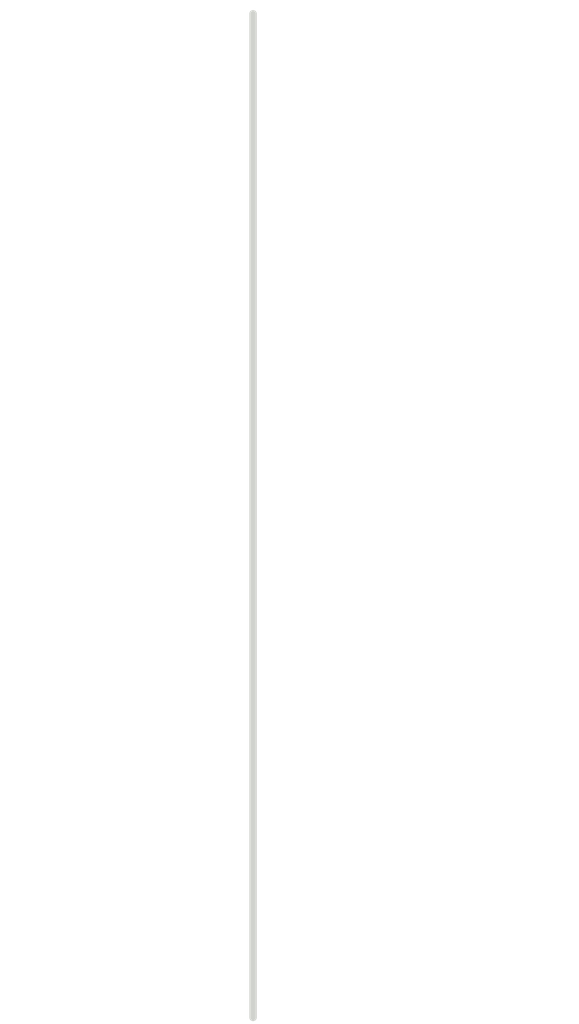
<source format=kicad_pcb>
(kicad_pcb (version 20221018) (generator pcbnew)

  (general
    (thickness 1.6)
  )

  (paper "A4")
  (layers
    (0 "F.Cu" signal)
    (31 "B.Cu" signal)
    (32 "B.Adhes" user "B.Adhesive")
    (33 "F.Adhes" user "F.Adhesive")
    (34 "B.Paste" user)
    (35 "F.Paste" user)
    (36 "B.SilkS" user "B.Silkscreen")
    (37 "F.SilkS" user "F.Silkscreen")
    (38 "B.Mask" user)
    (39 "F.Mask" user)
    (40 "Dwgs.User" user "User.Drawings")
    (41 "Cmts.User" user "User.Comments")
    (42 "Eco1.User" user "User.Eco1")
    (43 "Eco2.User" user "User.Eco2")
    (44 "Edge.Cuts" user)
    (45 "Margin" user)
    (46 "B.CrtYd" user "B.Courtyard")
    (47 "F.CrtYd" user "F.Courtyard")
    (48 "B.Fab" user)
    (49 "F.Fab" user)
  )

  (setup
    (pad_to_mask_clearance 0.2)
    (aux_axis_origin 119.38 117.475)
    (pcbplotparams
      (layerselection 0x00010f0_80000001)
      (plot_on_all_layers_selection 0x0000000_00000000)
      (disableapertmacros false)
      (usegerberextensions false)
      (usegerberattributes true)
      (usegerberadvancedattributes true)
      (creategerberjobfile true)
      (dashed_line_dash_ratio 12.000000)
      (dashed_line_gap_ratio 3.000000)
      (svgprecision 4)
      (plotframeref false)
      (viasonmask false)
      (mode 1)
      (useauxorigin true)
      (hpglpennumber 1)
      (hpglpenspeed 20)
      (hpglpendiameter 15.000000)
      (dxfpolygonmode true)
      (dxfimperialunits true)
      (dxfusepcbnewfont true)
      (psnegative false)
      (psa4output false)
      (plotreference true)
      (plotvalue true)
      (plotinvisibletext false)
      (sketchpadsonfab false)
      (subtractmaskfromsilk false)
      (outputformat 1)
      (mirror false)
      (drillshape 0)
      (scaleselection 1)
      (outputdirectory "gbr")
    )
  )

  (net 0 "")

  (gr_line (start 119.38 119.38) (end 119.38 99.187)
    (stroke (width 0.15) (type solid)) (layer "Edge.Cuts") (tstamp 8ab3c314-c9e6-42fd-adda-671ba6ca8706))
  (dimension (type aligned) (layer "Dwgs.User") (tstamp 75f2555a-9914-4607-ac6f-79c983d2e32d)
    (pts (xy 119.38 99.06) (xy 119.38 119.38))
    (height -2.54)
    (gr_text "0.8000 in" (at 120.12 109.22 90) (layer "Dwgs.User") (tstamp 75f2555a-9914-4607-ac6f-79c983d2e32d)
      (effects (font (size 1.5 1.5) (thickness 0.3)))
    )
    (format (prefix "") (suffix "") (units 0) (units_format 1) (precision 4))
    (style (thickness 0.3) (arrow_length 1.27) (text_position_mode 0) (extension_height 0.58642) (extension_offset 0) keep_text_aligned)
  )

)

</source>
